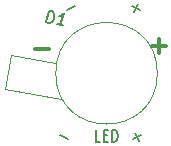
<source format=gbr>
%TF.GenerationSoftware,KiCad,Pcbnew,7.0.9-7.0.9~ubuntu22.04.1*%
%TF.CreationDate,2023-12-19T20:01:32+01:00*%
%TF.ProjectId,StarPCB,53746172-5043-4422-9e6b-696361645f70,rev?*%
%TF.SameCoordinates,Original*%
%TF.FileFunction,Legend,Top*%
%TF.FilePolarity,Positive*%
%FSLAX46Y46*%
G04 Gerber Fmt 4.6, Leading zero omitted, Abs format (unit mm)*
G04 Created by KiCad (PCBNEW 7.0.9-7.0.9~ubuntu22.04.1) date 2023-12-19 20:01:32*
%MOMM*%
%LPD*%
G01*
G04 APERTURE LIST*
%ADD10C,0.300000*%
%ADD11C,0.150000*%
%ADD12C,0.120000*%
G04 APERTURE END LIST*
D10*
X125522510Y-70349400D02*
X126665368Y-70349400D01*
X126093939Y-70920828D02*
X126093939Y-69777971D01*
X115616510Y-70603400D02*
X116759368Y-70603400D01*
D11*
X123839152Y-66929494D02*
X124498981Y-67310446D01*
X123978591Y-67449885D02*
X124359543Y-66790056D01*
X116513054Y-68328456D02*
X116809803Y-67365355D01*
X116809803Y-67365355D02*
X117044281Y-67406699D01*
X117044281Y-67406699D02*
X117170837Y-67477368D01*
X117170837Y-67477368D02*
X117236366Y-67585630D01*
X117236366Y-67585630D02*
X117255000Y-67685623D01*
X117255000Y-67685623D02*
X117245372Y-67877340D01*
X117245372Y-67877340D02*
X117202979Y-68014926D01*
X117202979Y-68014926D02*
X117099560Y-68190105D01*
X117099560Y-68190105D02*
X117024402Y-68273560D01*
X117024402Y-68273560D02*
X116902349Y-68348746D01*
X116902349Y-68348746D02*
X116747532Y-68369801D01*
X116747532Y-68369801D02*
X116513054Y-68328456D01*
X118013713Y-68593063D02*
X117450966Y-68493836D01*
X117732339Y-68543449D02*
X118029089Y-67580348D01*
X118029089Y-67580348D02*
X117892905Y-67701396D01*
X117892905Y-67701396D02*
X117770852Y-67776582D01*
X117770852Y-67776582D02*
X117662929Y-67805906D01*
X121151714Y-78432819D02*
X120770762Y-78432819D01*
X120770762Y-78432819D02*
X120770762Y-77432819D01*
X121418381Y-77909009D02*
X121685047Y-77909009D01*
X121799333Y-78432819D02*
X121418381Y-78432819D01*
X121418381Y-78432819D02*
X121418381Y-77432819D01*
X121418381Y-77432819D02*
X121799333Y-77432819D01*
X122142191Y-78432819D02*
X122142191Y-77432819D01*
X122142191Y-77432819D02*
X122332667Y-77432819D01*
X122332667Y-77432819D02*
X122446953Y-77480438D01*
X122446953Y-77480438D02*
X122523143Y-77575676D01*
X122523143Y-77575676D02*
X122561238Y-77670914D01*
X122561238Y-77670914D02*
X122599334Y-77861390D01*
X122599334Y-77861390D02*
X122599334Y-78004247D01*
X122599334Y-78004247D02*
X122561238Y-78194723D01*
X122561238Y-78194723D02*
X122523143Y-78289961D01*
X122523143Y-78289961D02*
X122446953Y-78385200D01*
X122446953Y-78385200D02*
X122332667Y-78432819D01*
X122332667Y-78432819D02*
X122142191Y-78432819D01*
X117743152Y-77851494D02*
X118402981Y-78232446D01*
X118325019Y-67310446D02*
X118984848Y-66929493D01*
X123913019Y-78232446D02*
X124572848Y-77851493D01*
X124433410Y-78371884D02*
X124052457Y-77712055D01*
D12*
%TO.C,D1*%
X113558465Y-71085464D02*
X113051239Y-73962087D01*
X113051239Y-73962087D02*
X117803921Y-74800113D01*
X117310583Y-71747063D02*
X113558465Y-71085464D01*
X125966000Y-72644000D02*
G75*
G03*
X125966000Y-72644000I-4300000J0D01*
G01*
%TD*%
M02*

</source>
